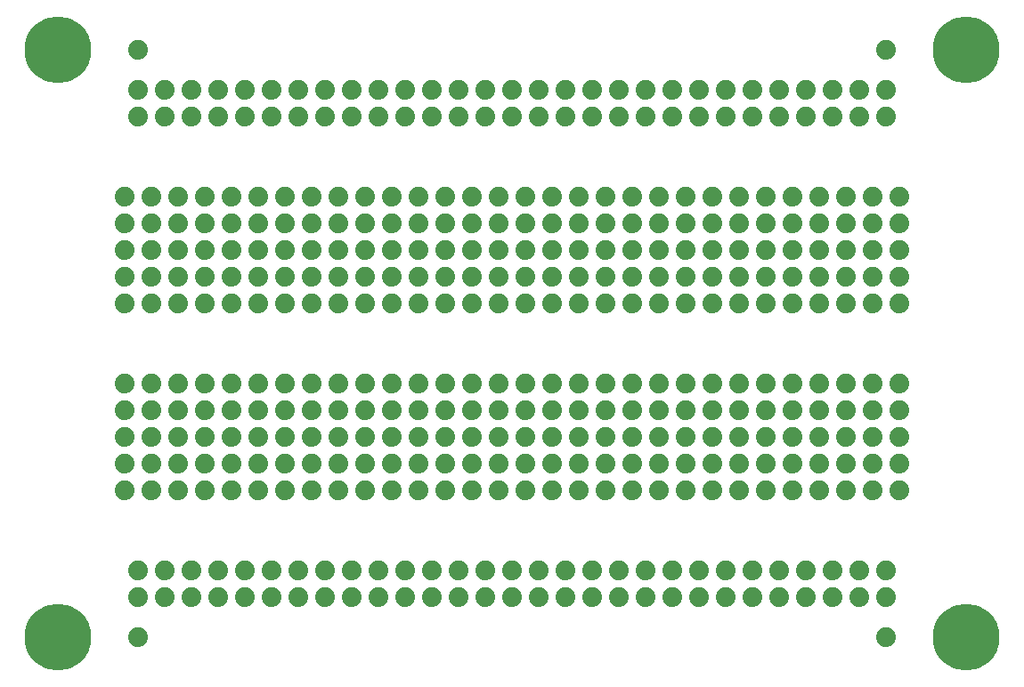
<source format=gbr>
G04 EAGLE Gerber RS-274X export*
G75*
%MOMM*%
%FSLAX34Y34*%
%LPD*%
%INTop Copper*%
%IPPOS*%
%AMOC8*
5,1,8,0,0,1.08239X$1,22.5*%
G01*
%ADD10C,6.350000*%
%ADD11C,1.879600*%


D10*
X38100Y596900D03*
X901700Y596900D03*
X38100Y38100D03*
X901700Y38100D03*
D11*
X228600Y177800D03*
X228600Y203200D03*
X228600Y228600D03*
X228600Y254000D03*
X228600Y279400D03*
X101600Y177800D03*
X101600Y203200D03*
X101600Y228600D03*
X101600Y254000D03*
X101600Y279400D03*
X127000Y177800D03*
X127000Y203200D03*
X127000Y228600D03*
X127000Y254000D03*
X127000Y279400D03*
X152400Y177800D03*
X152400Y203200D03*
X152400Y228600D03*
X152400Y254000D03*
X152400Y279400D03*
X177800Y177800D03*
X177800Y203200D03*
X177800Y228600D03*
X177800Y254000D03*
X177800Y279400D03*
X203200Y177800D03*
X203200Y203200D03*
X203200Y228600D03*
X203200Y254000D03*
X203200Y279400D03*
X254000Y177800D03*
X254000Y203200D03*
X254000Y228600D03*
X254000Y254000D03*
X254000Y279400D03*
X279400Y177800D03*
X279400Y203200D03*
X279400Y228600D03*
X279400Y254000D03*
X279400Y279400D03*
X304800Y177800D03*
X304800Y203200D03*
X304800Y228600D03*
X304800Y254000D03*
X304800Y279400D03*
X330200Y177800D03*
X330200Y203200D03*
X330200Y228600D03*
X330200Y254000D03*
X330200Y279400D03*
X355600Y177800D03*
X355600Y203200D03*
X355600Y228600D03*
X355600Y254000D03*
X355600Y279400D03*
X381000Y177800D03*
X381000Y203200D03*
X381000Y228600D03*
X381000Y254000D03*
X381000Y279400D03*
X406400Y177800D03*
X406400Y203200D03*
X406400Y228600D03*
X406400Y254000D03*
X406400Y279400D03*
X431800Y177800D03*
X431800Y203200D03*
X431800Y228600D03*
X431800Y254000D03*
X431800Y279400D03*
X457200Y177800D03*
X457200Y203200D03*
X457200Y228600D03*
X457200Y254000D03*
X457200Y279400D03*
X482600Y177800D03*
X482600Y203200D03*
X482600Y228600D03*
X482600Y254000D03*
X482600Y279400D03*
X508000Y177800D03*
X508000Y203200D03*
X508000Y228600D03*
X508000Y254000D03*
X508000Y279400D03*
X533400Y177800D03*
X533400Y203200D03*
X533400Y228600D03*
X533400Y254000D03*
X533400Y279400D03*
X558800Y177800D03*
X558800Y203200D03*
X558800Y228600D03*
X558800Y254000D03*
X558800Y279400D03*
X584200Y177800D03*
X584200Y203200D03*
X584200Y228600D03*
X584200Y254000D03*
X584200Y279400D03*
X609600Y177800D03*
X609600Y203200D03*
X609600Y228600D03*
X609600Y254000D03*
X609600Y279400D03*
X635000Y177800D03*
X635000Y203200D03*
X635000Y228600D03*
X635000Y254000D03*
X635000Y279400D03*
X660400Y177800D03*
X660400Y203200D03*
X660400Y228600D03*
X660400Y254000D03*
X660400Y279400D03*
X685800Y177800D03*
X685800Y203200D03*
X685800Y228600D03*
X685800Y254000D03*
X685800Y279400D03*
X711200Y177800D03*
X711200Y203200D03*
X711200Y228600D03*
X711200Y254000D03*
X711200Y279400D03*
X736600Y177800D03*
X736600Y203200D03*
X736600Y228600D03*
X736600Y254000D03*
X736600Y279400D03*
X762000Y177800D03*
X762000Y203200D03*
X762000Y228600D03*
X762000Y254000D03*
X762000Y279400D03*
X787400Y177800D03*
X787400Y203200D03*
X787400Y228600D03*
X787400Y254000D03*
X787400Y279400D03*
X812800Y177800D03*
X812800Y203200D03*
X812800Y228600D03*
X812800Y254000D03*
X812800Y279400D03*
X838200Y177800D03*
X838200Y203200D03*
X838200Y228600D03*
X838200Y254000D03*
X838200Y279400D03*
X101600Y355600D03*
X101600Y381000D03*
X101600Y406400D03*
X101600Y431800D03*
X101600Y457200D03*
X127000Y355600D03*
X127000Y381000D03*
X127000Y406400D03*
X127000Y431800D03*
X127000Y457200D03*
X152400Y355600D03*
X152400Y381000D03*
X152400Y406400D03*
X152400Y431800D03*
X152400Y457200D03*
X177800Y355600D03*
X177800Y381000D03*
X177800Y406400D03*
X177800Y431800D03*
X177800Y457200D03*
X203200Y355600D03*
X203200Y381000D03*
X203200Y406400D03*
X203200Y431800D03*
X203200Y457200D03*
X228600Y355600D03*
X228600Y381000D03*
X228600Y406400D03*
X228600Y431800D03*
X228600Y457200D03*
X254000Y355600D03*
X254000Y381000D03*
X254000Y406400D03*
X254000Y431800D03*
X254000Y457200D03*
X279400Y355600D03*
X279400Y381000D03*
X279400Y406400D03*
X279400Y431800D03*
X279400Y457200D03*
X304800Y355600D03*
X304800Y381000D03*
X304800Y406400D03*
X304800Y431800D03*
X304800Y457200D03*
X330200Y355600D03*
X330200Y381000D03*
X330200Y406400D03*
X330200Y431800D03*
X330200Y457200D03*
X355600Y355600D03*
X355600Y381000D03*
X355600Y406400D03*
X355600Y431800D03*
X355600Y457200D03*
X406400Y355600D03*
X406400Y381000D03*
X406400Y406400D03*
X406400Y431800D03*
X406400Y457200D03*
X381000Y355600D03*
X381000Y381000D03*
X381000Y406400D03*
X381000Y431800D03*
X381000Y457200D03*
X431800Y355600D03*
X431800Y381000D03*
X431800Y406400D03*
X431800Y431800D03*
X431800Y457200D03*
X457200Y355600D03*
X457200Y381000D03*
X457200Y406400D03*
X457200Y431800D03*
X457200Y457200D03*
X482600Y355600D03*
X482600Y381000D03*
X482600Y406400D03*
X482600Y431800D03*
X482600Y457200D03*
X508000Y355600D03*
X508000Y381000D03*
X508000Y406400D03*
X508000Y431800D03*
X508000Y457200D03*
X533400Y355600D03*
X533400Y381000D03*
X533400Y406400D03*
X533400Y431800D03*
X533400Y457200D03*
X558800Y355600D03*
X558800Y381000D03*
X558800Y406400D03*
X558800Y431800D03*
X558800Y457200D03*
X584200Y355600D03*
X584200Y381000D03*
X584200Y406400D03*
X584200Y431800D03*
X584200Y457200D03*
X609600Y355600D03*
X609600Y381000D03*
X609600Y406400D03*
X609600Y431800D03*
X609600Y457200D03*
X635000Y355600D03*
X635000Y381000D03*
X635000Y406400D03*
X635000Y431800D03*
X635000Y457200D03*
X660400Y355600D03*
X660400Y381000D03*
X660400Y406400D03*
X660400Y431800D03*
X660400Y457200D03*
X685800Y355600D03*
X685800Y381000D03*
X685800Y406400D03*
X685800Y431800D03*
X685800Y457200D03*
X711200Y355600D03*
X711200Y381000D03*
X711200Y406400D03*
X711200Y431800D03*
X711200Y457200D03*
X736600Y355600D03*
X736600Y381000D03*
X736600Y406400D03*
X736600Y431800D03*
X736600Y457200D03*
X762000Y355600D03*
X762000Y381000D03*
X762000Y406400D03*
X762000Y431800D03*
X762000Y457200D03*
X787400Y355600D03*
X787400Y381000D03*
X787400Y406400D03*
X787400Y431800D03*
X787400Y457200D03*
X812800Y355600D03*
X812800Y381000D03*
X812800Y406400D03*
X812800Y431800D03*
X812800Y457200D03*
X838200Y355600D03*
X838200Y381000D03*
X838200Y406400D03*
X838200Y431800D03*
X838200Y457200D03*
X114300Y558800D03*
X139700Y558800D03*
X165100Y558800D03*
X190500Y558800D03*
X215900Y558800D03*
X241300Y558800D03*
X266700Y558800D03*
X292100Y558800D03*
X317500Y558800D03*
X342900Y558800D03*
X368300Y558800D03*
X393700Y558800D03*
X419100Y558800D03*
X444500Y558800D03*
X469900Y558800D03*
X495300Y558800D03*
X520700Y558800D03*
X546100Y558800D03*
X571500Y558800D03*
X596900Y558800D03*
X622300Y558800D03*
X647700Y558800D03*
X673100Y558800D03*
X698500Y558800D03*
X723900Y558800D03*
X749300Y558800D03*
X774700Y558800D03*
X800100Y558800D03*
X825500Y558800D03*
X114300Y533400D03*
X139700Y533400D03*
X165100Y533400D03*
X190500Y533400D03*
X215900Y533400D03*
X241300Y533400D03*
X266700Y533400D03*
X292100Y533400D03*
X317500Y533400D03*
X342900Y533400D03*
X368300Y533400D03*
X393700Y533400D03*
X419100Y533400D03*
X444500Y533400D03*
X469900Y533400D03*
X495300Y533400D03*
X520700Y533400D03*
X546100Y533400D03*
X571500Y533400D03*
X596900Y533400D03*
X622300Y533400D03*
X647700Y533400D03*
X673100Y533400D03*
X698500Y533400D03*
X723900Y533400D03*
X749300Y533400D03*
X774700Y533400D03*
X800100Y533400D03*
X825500Y533400D03*
X114300Y101600D03*
X139700Y101600D03*
X165100Y101600D03*
X190500Y101600D03*
X215900Y101600D03*
X241300Y101600D03*
X266700Y101600D03*
X292100Y101600D03*
X317500Y101600D03*
X342900Y101600D03*
X368300Y101600D03*
X393700Y101600D03*
X419100Y101600D03*
X444500Y101600D03*
X469900Y101600D03*
X495300Y101600D03*
X520700Y101600D03*
X546100Y101600D03*
X571500Y101600D03*
X596900Y101600D03*
X622300Y101600D03*
X647700Y101600D03*
X673100Y101600D03*
X698500Y101600D03*
X723900Y101600D03*
X749300Y101600D03*
X774700Y101600D03*
X800100Y101600D03*
X825500Y101600D03*
X114300Y76200D03*
X139700Y76200D03*
X165100Y76200D03*
X190500Y76200D03*
X215900Y76200D03*
X241300Y76200D03*
X266700Y76200D03*
X292100Y76200D03*
X317500Y76200D03*
X342900Y76200D03*
X368300Y76200D03*
X393700Y76200D03*
X419100Y76200D03*
X444500Y76200D03*
X469900Y76200D03*
X495300Y76200D03*
X520700Y76200D03*
X546100Y76200D03*
X571500Y76200D03*
X596900Y76200D03*
X622300Y76200D03*
X647700Y76200D03*
X673100Y76200D03*
X698500Y76200D03*
X723900Y76200D03*
X749300Y76200D03*
X774700Y76200D03*
X800100Y76200D03*
X825500Y76200D03*
X825500Y596900D03*
X114300Y596900D03*
X114300Y38100D03*
X825500Y38100D03*
M02*

</source>
